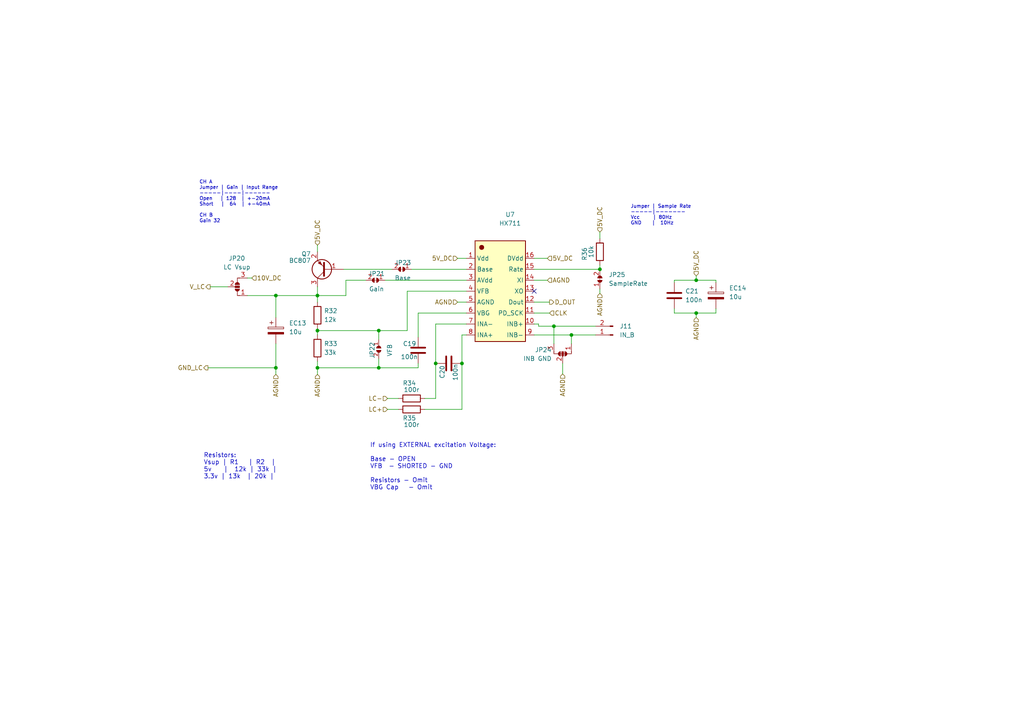
<source format=kicad_sch>
(kicad_sch (version 20230121) (generator eeschema)
  (paper "A4")
  (lib_symbols
    (symbol "000_Capacitor_Electrolytic_Immo:22u" (pin_numbers hide) (pin_names (offset 0.254))
      (property "Reference" "EC" (at 0.635 2.54 0))
      (property "Value" "22u" (at 0.635 -2.54 0))
      (symbol "22u_0_1"
        (rectangle (start -2.286 0.508) (end 2.286 1.016))
        (polyline (pts (xy -1.778 2.286) (xy -0.762 2.286)))
        (polyline (pts (xy -1.27 2.794) (xy -1.27 1.778)))
        (rectangle (start 2.286 -0.508) (end -2.286 -1.016) (fill (type outline)))
      )
      (symbol "22u_1_1"
        (pin passive line (at 0 3.81 270) (length 2.794) (name "~") (number "1"))
        (pin passive line (at 0 -3.81 90) (length 2.794) (name "~") (number "2"))
      )
    )
    (symbol "000_Capacitor_Film_Immo:cap_film_0805" (pin_numbers hide) (pin_names (offset 0.254))
      (property "Reference" "C" (at 0.635 2.54 0))
      (property "Value" "cap_film_0805" (at 0.635 -2.54 0))
      (symbol "cap_film_0805_0_1"
        (polyline (pts (xy -2.032 -0.762) (xy 2.032 -0.762)) (stroke (width 0.508)))
        (polyline (pts (xy -2.032 0.762) (xy 2.032 0.762)) (stroke (width 0.508)))
      )
      (symbol "cap_film_0805_1_1"
        (pin passive line (at 0 3.81 270) (length 2.794) (name "~") (number "1"))
        (pin passive line (at 0 -3.81 90) (length 2.794) (name "~") (number "2"))
      )
    )
    (symbol "000_Connectors_Immo:Jumper_2_Bridge_Small" (pin_names (offset 0) hide)
      (property "Reference" "JP" (at 0 2.794 0))
      (property "Value" "Jumper_2_Bridge_Small" (at 0 -3.175 0))
      (symbol "Jumper_2_Bridge_Small_0_1"
        (arc (start -0.635 0.635) (mid -1.2659 0.0056) (end -0.6463 -0.635) (fill (type outline)))
        (polyline (pts (xy -1.27 0) (xy 0 0)) (stroke (width 0.09)))
        (polyline (pts (xy -0.635 0.635) (xy -0.635 -0.635)))
        (polyline (pts (xy 0 0.635) (xy 0 -0.635)))
        (arc (start 0.0042 -0.6351) (mid 0.6351 -0.0057) (end 0.0155 0.6349) (fill (type outline)))
      )
      (symbol "Jumper_2_Bridge_Small_1_1"
        (pin passive line (at -3.175 0 0) (length 2.54) (name "A") (number "1"))
        (pin passive line (at 2.54 0 180) (length 2.54) (name "B") (number "2"))
      )
    )
    (symbol "000_Connectors_Immo:Jumper_2_Open_small" (pin_names (offset 0) hide)
      (property "Reference" "JP" (at 0 2.794 0))
      (property "Value" "Jumper_2_Open_small" (at 0 -3.175 0))
      (symbol "Jumper_2_Open_small_0_1"
        (arc (start -0.635 0.635) (mid -1.2659 0.0056) (end -0.6463 -0.635) (fill (type outline)))
        (polyline (pts (xy -0.635 0.635) (xy -0.635 -0.635)))
        (polyline (pts (xy 0 0.635) (xy 0 -0.635)))
        (arc (start 0.0042 -0.6351) (mid 0.6351 -0.0057) (end 0.0155 0.6349) (fill (type outline)))
      )
      (symbol "Jumper_2_Open_small_1_1"
        (pin passive line (at -3.175 0 0) (length 2.54) (name "A") (number "1"))
        (pin passive line (at 2.54 0 180) (length 2.54) (name "B") (number "2"))
      )
    )
    (symbol "000_Connectors_Immo:Jumper_3_BridgeSmall" (pin_names (offset 0) hide)
      (property "Reference" "JP" (at -5.715 5.08 0))
      (property "Value" "Jumper_3_BridgeSmall" (at -1.905 9.525 0))
      (symbol "Jumper_3_BridgeSmall_0_1"
        (arc (start -0.6463 1.016) (mid -1.2701 0.381) (end -0.6463 -0.254) (fill (type outline)))
        (rectangle (start -0.254 1.016) (end 0.254 -0.254) (fill (type outline)))
        (polyline (pts (xy -2.54 0.381) (xy -2.54 -0.254)))
        (polyline (pts (xy -2.54 0.381) (xy -1.27 0.381)))
        (polyline (pts (xy -1.27 0.381) (xy 1.27 0.381)) (stroke (width 0.09)))
        (polyline (pts (xy -0.6463 -0.254) (xy -0.6463 1.016)))
        (polyline (pts (xy 0 1.27) (xy 0 0.508)))
        (polyline (pts (xy 0.635 1.016) (xy 0.635 -0.254)))
        (polyline (pts (xy 1.27 0.381) (xy 2.54 0.381)))
        (polyline (pts (xy 2.54 0.381) (xy 2.54 -0.254)))
        (arc (start 0.6463 -0.254) (mid 1.2701 0.381) (end 0.6463 1.016) (fill (type outline)))
      )
      (symbol "Jumper_3_BridgeSmall_1_1"
        (pin passive line (at -2.54 -2.54 90) (length 2.54) (name "A") (number "1"))
        (pin input line (at 0 3.175 270) (length 2.54) (name "C") (number "2"))
        (pin passive line (at 2.54 -2.54 90) (length 2.54) (name "B") (number "3"))
      )
    )
    (symbol "000_Connectors_Immo:Jumper_3_Open3small" (pin_names (offset 0) hide)
      (property "Reference" "JP" (at -5.715 5.08 0))
      (property "Value" "Jumper_3_Open3small" (at -1.905 9.525 0))
      (symbol "Jumper_3_Open3small_0_1"
        (arc (start -0.6463 0.635) (mid -1.2701 0) (end -0.6463 -0.635) (fill (type outline)))
        (rectangle (start -0.254 0.635) (end 0.254 -0.635) (fill (type outline)))
        (polyline (pts (xy -2.54 0) (xy -2.54 -0.635)))
        (polyline (pts (xy -2.54 0) (xy -1.27 0)))
        (polyline (pts (xy -0.6463 -0.635) (xy -0.6463 0.635)))
        (polyline (pts (xy 0 0.889) (xy 0 0.127)))
        (polyline (pts (xy 0.635 0.635) (xy 0.635 -0.635)))
        (polyline (pts (xy 1.27 0) (xy 2.54 0)))
        (polyline (pts (xy 2.54 0) (xy 2.54 -0.635)))
        (arc (start 0.6463 -0.635) (mid 1.2701 0) (end 0.6463 0.635) (fill (type outline)))
      )
      (symbol "Jumper_3_Open3small_1_1"
        (pin passive line (at -2.54 -2.921 90) (length 2.54) (name "A") (number "1"))
        (pin input line (at 0 2.794 270) (length 2.54) (name "C") (number "2"))
        (pin passive line (at 2.54 -2.921 90) (length 2.54) (name "B") (number "3"))
      )
    )
    (symbol "000_Pin_Headers_Immo:Conn_01x02_Male" (pin_names (offset 1.016) hide)
      (property "Reference" "J" (at 0 2.54 0))
      (property "Value" "Conn_01x02_Male" (at 0 -5.08 0))
      (symbol "Conn_01x02_Male_1_1"
        (polyline (pts (xy 1.27 -2.54) (xy 0.8636 -2.54)) (stroke (width 0.1524)))
        (polyline (pts (xy 1.27 0) (xy 0.8636 0)) (stroke (width 0.1524)))
        (rectangle (start 0.8636 -2.413) (end 0 -2.667) (stroke (width 0.1524)) (fill (type outline)))
        (rectangle (start 0.8636 0.127) (end 0 -0.127) (stroke (width 0.1524)) (fill (type outline)))
        (pin passive line (at 5.08 0 180) (length 3.81) (name "Pin_1") (number "1"))
        (pin passive line (at 5.08 -2.54 180) (length 3.81) (name "Pin_2") (number "2"))
      )
    )
    (symbol "000_Resistors_Immo:Resistor_0805" (pin_numbers hide) (pin_names (offset 0))
      (property "Reference" "R?" (at -2.54 3.81 0))
      (property "Value" "Resistor_0805" (at -5.08 2.54 0))
      (symbol "Resistor_0805_0_1"
        (rectangle (start 2.54 -1.016) (end -2.54 1.016) (stroke (width 0.254)))
      )
      (symbol "Resistor_0805_1_1"
        (pin passive line (at -3.81 0 0) (length 1.27) (name "~") (number "1"))
        (pin passive line (at 3.81 0 180) (length 1.27) (name "~") (number "2"))
      )
    )
    (symbol "000_Sensors_Immo:HX711_24bit_ADC_Strain_Gauge_Driver"
      (property "Reference" "U" (at 13.97 36.195 0))
      (property "Value" "HX711_24bit_ADC_Strain_Gauge_Driver" (at 13.335 32.385 0))
      (symbol "HX711_24bit_ADC_Strain_Gauge_Driver_0_1"
        (rectangle (start -6.35 14.605) (end 8.255 -14.605) (stroke (width 0.254)) (fill (type background)))
        (circle (center -4.445 12.7) (radius 0.635) (fill (type outline)))
      )
      (symbol "HX711_24bit_ADC_Strain_Gauge_Driver_1_1"
        (pin power_in line (at -8.89 9.525 0) (length 2.54) (name "Vdd") (number "1"))
        (pin input line (at 10.795 -9.525 180) (length 2.54) (name "INB+") (number "10"))
        (pin input line (at 10.795 -6.35 180) (length 2.54) (name "PD_SCK") (number "11"))
        (pin output line (at 10.795 -3.175 180) (length 2.54) (name "Dout") (number "12"))
        (pin bidirectional line (at 10.795 0 180) (length 2.54) (name "XO") (number "13"))
        (pin input line (at 10.795 3.175 180) (length 2.54) (name "XI") (number "14"))
        (pin input line (at 10.795 6.35 180) (length 2.54) (name "Rate") (number "15"))
        (pin power_in line (at 10.795 9.525 180) (length 2.54) (name "DVdd") (number "16"))
        (pin output line (at -8.89 6.35 0) (length 2.54) (name "Base") (number "2"))
        (pin power_in line (at -8.89 3.175 0) (length 2.54) (name "AVdd") (number "3"))
        (pin input line (at -8.89 0 0) (length 2.54) (name "VFB") (number "4"))
        (pin power_in line (at -8.89 -3.175 0) (length 2.54) (name "AGND") (number "5"))
        (pin output line (at -8.89 -6.35 0) (length 2.54) (name "VBG") (number "6"))
        (pin input line (at -8.89 -9.525 0) (length 2.54) (name "INA-") (number "7"))
        (pin input line (at -8.89 -12.7 0) (length 2.54) (name "INA+") (number "8"))
        (pin input line (at 10.795 -12.7 180) (length 2.54) (name "INB-") (number "9"))
      )
    )
    (symbol "Transistor_BJT:BC807" (pin_names (offset 0) hide)
      (property "Reference" "Q" (at 5.08 1.905 0))
      (property "Value" "BC807" (at 5.08 0 0))
      (symbol "BC807_0_1"
        (polyline (pts (xy 0.635 0.635) (xy 2.54 2.54)))
        (polyline (pts (xy 0.635 -0.635) (xy 2.54 -2.54) (xy 2.54 -2.54)))
        (polyline (pts (xy 0.635 1.905) (xy 0.635 -1.905) (xy 0.635 -1.905)) (stroke (width 0.508)))
        (polyline (pts (xy 2.286 -1.778) (xy 1.778 -2.286) (xy 1.27 -1.27) (xy 2.286 -1.778) (xy 2.286 -1.778)) (fill (type outline)))
        (circle (center 1.27 0) (radius 2.8194) (stroke (width 0.254)))
      )
      (symbol "BC807_1_1"
        (pin input line (at -5.08 0 0) (length 5.715) (name "B") (number "1"))
        (pin passive line (at 2.54 -5.08 90) (length 2.54) (name "E") (number "2"))
        (pin passive line (at 2.54 5.08 270) (length 2.54) (name "C") (number "3"))
      )
    )
  )
  (junction (at 80.01 85.725))
  (junction (at 173.99 78.105))
  (junction (at 109.855 95.885))
  (junction (at 201.93 81.28))
  (junction (at 92.075 106.68))
  (junction (at 165.735 97.155))
  (junction (at 80.01 106.68))
  (junction (at 133.985 105.41))
  (junction (at 126.365 105.41))
  (junction (at 109.855 106.68))
  (junction (at 92.075 85.725))
  (junction (at 160.655 94.615))
  (junction (at 92.075 95.885))
  (junction (at 201.93 90.805))
  (no_connect (at 154.94 84.455))
  (wire (pts (xy 118.11 84.455) (xy 135.255 84.455)))
  (wire (pts (xy 132.715 87.63) (xy 135.255 87.63)))
  (wire (pts (xy 80.01 85.725) (xy 80.01 92.075)))
  (wire (pts (xy 118.11 95.885) (xy 118.11 84.455)))
  (wire (pts (xy 133.985 97.155) (xy 135.255 97.155)))
  (wire (pts (xy 111.76 81.28) (xy 135.255 81.28)))
  (wire (pts (xy 163.195 105.41) (xy 163.195 108.458)))
  (wire (pts (xy 60.325 106.68) (xy 80.01 106.68)))
  (wire (pts (xy 92.075 95.885) (xy 92.075 97.155)))
  (wire (pts (xy 195.58 89.535) (xy 195.58 90.805)))
  (wire (pts (xy 112.395 118.745) (xy 115.57 118.745)))
  (wire (pts (xy 109.855 95.885) (xy 109.855 98.425)))
  (wire (pts (xy 173.99 76.835) (xy 173.99 78.105)))
  (wire (pts (xy 126.365 105.41) (xy 126.365 93.98)))
  (wire (pts (xy 92.075 95.25) (xy 92.075 95.885)))
  (wire (pts (xy 201.93 90.805) (xy 207.645 90.805)))
  (wire (pts (xy 160.655 94.615) (xy 156.21 94.615)))
  (wire (pts (xy 156.21 94.615) (xy 156.21 93.98)))
  (wire (pts (xy 207.645 81.28) (xy 207.645 81.915)))
  (wire (pts (xy 123.19 118.745) (xy 133.985 118.745)))
  (wire (pts (xy 201.93 90.805) (xy 201.93 92.075)))
  (wire (pts (xy 160.655 94.615) (xy 160.655 99.695)))
  (wire (pts (xy 71.755 80.645) (xy 73.025 80.645)))
  (wire (pts (xy 80.01 85.725) (xy 92.075 85.725)))
  (wire (pts (xy 100.33 85.725) (xy 100.33 81.28)))
  (wire (pts (xy 126.365 115.57) (xy 126.365 105.41)))
  (wire (pts (xy 195.58 81.28) (xy 201.93 81.28)))
  (wire (pts (xy 80.01 106.68) (xy 80.01 108.585)))
  (wire (pts (xy 173.99 67.31) (xy 173.99 69.215)))
  (wire (pts (xy 92.075 85.725) (xy 92.075 87.63)))
  (wire (pts (xy 195.58 90.805) (xy 201.93 90.805)))
  (wire (pts (xy 126.365 93.98) (xy 135.255 93.98)))
  (wire (pts (xy 100.33 81.28) (xy 106.045 81.28)))
  (wire (pts (xy 132.715 74.93) (xy 135.255 74.93)))
  (wire (pts (xy 154.94 87.63) (xy 159.385 87.63)))
  (wire (pts (xy 156.21 93.98) (xy 154.94 93.98)))
  (wire (pts (xy 133.985 118.745) (xy 133.985 105.41)))
  (wire (pts (xy 60.96 83.185) (xy 66.04 83.185)))
  (wire (pts (xy 201.93 81.28) (xy 207.645 81.28)))
  (wire (pts (xy 92.075 106.68) (xy 109.855 106.68)))
  (wire (pts (xy 92.075 106.68) (xy 92.075 108.585)))
  (wire (pts (xy 165.735 97.155) (xy 172.72 97.155)))
  (wire (pts (xy 92.075 85.725) (xy 100.33 85.725)))
  (wire (pts (xy 119.38 78.105) (xy 135.255 78.105)))
  (wire (pts (xy 201.93 80.01) (xy 201.93 81.28)))
  (wire (pts (xy 71.755 85.725) (xy 80.01 85.725)))
  (wire (pts (xy 121.285 90.805) (xy 135.255 90.805)))
  (wire (pts (xy 109.855 104.14) (xy 109.855 106.68)))
  (wire (pts (xy 165.735 97.155) (xy 165.735 99.695)))
  (wire (pts (xy 109.855 95.885) (xy 118.11 95.885)))
  (wire (pts (xy 121.285 97.79) (xy 121.285 90.805)))
  (wire (pts (xy 92.075 83.185) (xy 92.075 85.725)))
  (wire (pts (xy 121.285 106.68) (xy 121.285 105.41)))
  (wire (pts (xy 173.99 83.82) (xy 173.99 85.09)))
  (wire (pts (xy 99.695 78.105) (xy 113.665 78.105)))
  (wire (pts (xy 154.94 78.105) (xy 173.99 78.105)))
  (wire (pts (xy 207.645 89.535) (xy 207.645 90.805)))
  (wire (pts (xy 109.855 106.68) (xy 121.285 106.68)))
  (wire (pts (xy 133.985 105.41) (xy 133.985 97.155)))
  (wire (pts (xy 80.01 99.695) (xy 80.01 106.68)))
  (wire (pts (xy 154.94 97.155) (xy 165.735 97.155)))
  (wire (pts (xy 154.94 90.805) (xy 159.385 90.805)))
  (wire (pts (xy 92.075 104.775) (xy 92.075 106.68)))
  (wire (pts (xy 92.075 95.885) (xy 109.855 95.885)))
  (wire (pts (xy 123.19 115.57) (xy 126.365 115.57)))
  (wire (pts (xy 92.075 71.12) (xy 92.075 73.025)))
  (wire (pts (xy 195.58 81.28) (xy 195.58 81.915)))
  (wire (pts (xy 172.72 94.615) (xy 160.655 94.615)))
  (wire (pts (xy 112.395 115.57) (xy 115.57 115.57)))
  (wire (pts (xy 154.94 81.28) (xy 158.75 81.28)))
  (wire (pts (xy 154.94 74.93) (xy 158.75 74.93)))
  (text "If using EXTERNAL excitation Voltage:\n\nBase - OPEN\nVFB  - SHORTED - GND\n\nResistors - Omit\nVBG Cap   - Omit" (at 107.315 142.24 0) (effects (font (size 1.27 1.27)) (justify left bottom)))
  (text "Jumper | Sample Rate\n-----|-------\nVcc     | 80Hz\nGND    |  10Hz\n" (at 182.88 65.405 0) (effects (font (size 1 1)) (justify left bottom)))
  (text "CH A\nJumper | Gain | Input Range\n-----|----|------\nOpen   | 128  | +-20mA\nShort   |  64  | +-40mA\n\nCH B\nGain 32\n" (at 57.785 64.77 0) (effects (font (size 1 1)) (justify left bottom)))
  (text "Resistors:\nVsup | R1   | R2  |\n5v	 |  12k | 33k |\n3.3v | 13k  | 20k |" (at 59.055 139.065 0) (effects (font (size 1.27 1.27)) (justify left bottom)))
  (hierarchical_label "LC-" (shape input) (at 112.395 115.57 180))
  (hierarchical_label "AGND" (shape input) (at 92.075 108.585 270))
  (hierarchical_label "D_OUT" (shape output) (at 159.385 87.63 0))
  (hierarchical_label "AGND" (shape input) (at 163.195 108.458 270))
  (hierarchical_label "V_LC" (shape output) (at 60.96 83.185 180))
  (hierarchical_label "GND_LC" (shape output) (at 60.325 106.68 180))
  (hierarchical_label "5V_DC" (shape input) (at 173.99 67.31 90))
  (hierarchical_label "AGND" (shape input) (at 201.93 92.075 270))
  (hierarchical_label "AGND" (shape input) (at 173.99 85.09 270))
  (hierarchical_label "AGND" (shape input) (at 132.715 87.63 180))
  (hierarchical_label "LC+" (shape input) (at 112.395 118.745 180))
  (hierarchical_label "5V_DC" (shape input) (at 132.715 74.93 180))
  (hierarchical_label "CLK" (shape input) (at 159.385 90.805 0))
  (hierarchical_label "AGND" (shape input) (at 158.75 81.28 0))
  (hierarchical_label "5V_DC" (shape input) (at 92.075 71.12 90))
  (hierarchical_label "5V_DC" (shape input) (at 158.75 74.93 0))
  (hierarchical_label "5V_DC" (shape input) (at 201.93 80.01 90))
  (hierarchical_label "10V_DC" (shape input) (at 73.025 80.645 0))
  (hierarchical_label "AGND" (shape input) (at 80.01 108.585 270))
  (symbol (lib_id "Transistor_BJT:BC807") (at 94.615 78.105 180) (unit 1)
    (property "Reference" "Q7" (at 90.17 73.66 0) (effects (justify left)))
    (property "Value" "BC807" (at 90.17 75.565 0) (effects (justify left)))
    (property "Footprint" "Package_TO_SOT_SMD:SOT-23" (effects hide))
    (property "Datasheet" "https://www.onsemi.com/pub/Collateral/BC808-D.pdf" (effects hide))
  )
  (symbol (lib_id "000_Capacitor_Electrolytic_Immo:22u") (at 80.01 95.885 0) (unit 1)
    (property "Reference" "EC13" (at 83.82 93.7259 0) (effects (justify left)))
    (property "Value" "10u" (at 83.82 96.2659 0) (effects (justify left)))
    (property "Footprint" "Capacitor_SMD:CP_Elec_6.3x5.9" (effects hide))
  )
  (symbol (lib_id "000_Connectors_Immo:Jumper_3_Open3small") (at 68.834 83.185 90) (unit 1)
    (property "Reference" "JP20" (at 68.707 74.93 90))
    (property "Value" "LC Vsup" (at 68.707 77.47 90))
    (property "Footprint" "Jumper:SolderJumper-3_P1.3mm_Open_RoundedPad1.0x1.5mm_NumberLabels" (effects hide))
  )
  (symbol (lib_id "000_Sensors_Immo:HX711_24bit_ADC_Strain_Gauge_Driver") (at 144.145 84.455 0) (unit 1)
    (property "Reference" "U7" (at 147.955 62.23 0))
    (property "Value" "HX711" (at 147.955 64.77 0))
    (property "Footprint" "Package_SO:SOP-16_4.55x10.3mm_P1.27mm" (effects hide))
    (property "Datasheet" "https://www.digikey.com/htmldatasheets/production/1836471/0/0/1/hx711.html" (effects hide))
  )
  (symbol (lib_id "000_Capacitor_Film_Immo:cap_film_0805") (at 130.175 105.41 90) (unit 1)
    (property "Reference" "C20" (at 128.27 109.855 0) (effects (justify left)))
    (property "Value" "100n" (at 132.08 110.49 0) (effects (justify left)))
    (property "Footprint" "Capacitor_SMD:C_0805_2012Metric_Pad1.18x1.45mm_HandSolder" (effects hide))
  )
  (symbol (lib_id "000_Capacitor_Film_Immo:cap_film_0805") (at 121.285 101.6 0) (unit 1)
    (property "Reference" "C19" (at 116.84 99.695 0) (effects (justify left)))
    (property "Value" "100n" (at 116.205 103.505 0) (effects (justify left)))
    (property "Footprint" "Capacitor_SMD:C_0805_2012Metric_Pad1.18x1.45mm_HandSolder" (effects hide))
  )
  (symbol (lib_id "000_Connectors_Immo:Jumper_2_Bridge_Small") (at 116.205 78.105 180) (unit 1)
    (property "Reference" "JP23" (at 116.84 76.2 0))
    (property "Value" "Base" (at 116.84 80.645 0))
    (property "Footprint" "Jumper:SolderJumper-2_P1.3mm_Bridged_RoundedPad1.0x1.5mm" (effects hide))
  )
  (symbol (lib_id "000_Capacitor_Electrolytic_Immo:22u") (at 207.645 85.725 0) (unit 1)
    (property "Reference" "EC14" (at 211.455 83.5659 0) (effects (justify left)))
    (property "Value" "10u" (at 211.455 86.1059 0) (effects (justify left)))
    (property "Footprint" "Capacitor_SMD:CP_Elec_6.3x5.9" (effects hide))
  )
  (symbol (lib_id "000_Resistors_Immo:Resistor_0805") (at 119.38 118.745 180) (unit 1)
    (property "Reference" "R35" (at 118.745 121.285 0))
    (property "Value" "100r" (at 119.38 123.19 0))
    (property "Footprint" "Resistor_SMD:R_0805_2012Metric_Pad1.20x1.40mm_HandSolder" (effects hide))
  )
  (symbol (lib_id "000_Resistors_Immo:Resistor_0805") (at 119.38 115.57 180) (unit 1)
    (property "Reference" "R34" (at 118.745 111.125 0))
    (property "Value" "100r" (at 119.38 113.03 0))
    (property "Footprint" "Resistor_SMD:R_0805_2012Metric_Pad1.20x1.40mm_HandSolder" (effects hide))
  )
  (symbol (lib_id "000_Resistors_Immo:Resistor_0805") (at 92.075 91.44 90) (unit 1)
    (property "Reference" "R32" (at 93.98 90.1699 90) (effects (justify right)))
    (property "Value" "12k" (at 93.98 92.7099 90) (effects (justify right)))
    (property "Footprint" "Resistor_SMD:R_0805_2012Metric_Pad1.20x1.40mm_HandSolder" (effects hide))
  )
  (symbol (lib_id "000_Connectors_Immo:Jumper_2_Bridge_Small") (at 173.99 80.645 90) (unit 1)
    (property "Reference" "JP25" (at 176.53 79.6903 90) (effects (justify right)))
    (property "Value" "SampleRate" (at 176.53 82.2303 90) (effects (justify right)))
    (property "Footprint" "Jumper:SolderJumper-2_P1.3mm_Bridged_RoundedPad1.0x1.5mm" (effects hide))
  )
  (symbol (lib_id "000_Pin_Headers_Immo:Conn_01x02_Male") (at 177.8 97.155 180) (unit 1)
    (property "Reference" "J11" (at 179.705 94.6149 0) (effects (justify right)))
    (property "Value" "IN_B" (at 179.705 97.1549 0) (effects (justify right)))
    (property "Footprint" "Connector_PinHeader_1.27mm:PinHeader_1x02_P1.27mm_Vertical" (effects hide))
  )
  (symbol (lib_id "000_Capacitor_Film_Immo:cap_film_0805") (at 195.58 85.725 0) (unit 1)
    (property "Reference" "C21" (at 198.755 84.4549 0) (effects (justify left)))
    (property "Value" "100n" (at 198.755 86.9949 0) (effects (justify left)))
    (property "Footprint" "Capacitor_SMD:C_0805_2012Metric_Pad1.18x1.45mm_HandSolder" (effects hide))
  )
  (symbol (lib_id "000_Resistors_Immo:Resistor_0805") (at 173.99 73.025 270) (unit 1)
    (property "Reference" "R36" (at 169.545 73.66 0))
    (property "Value" "10k" (at 171.45 73.025 0))
    (property "Footprint" "Resistor_SMD:R_0805_2012Metric_Pad1.20x1.40mm_HandSolder" (effects hide))
  )
  (symbol (lib_id "000_Connectors_Immo:Jumper_3_BridgeSmall") (at 163.195 102.235 180) (unit 1)
    (property "Reference" "JP24" (at 160.02 101.4729 0) (effects (justify left)))
    (property "Value" "INB GND" (at 160.02 104.0129 0) (effects (justify left)))
    (property "Footprint" "Jumper:SolderJumper-3_P1.3mm_Bridged12_RoundedPad1.0x1.5mm_DoubleJoined_SMALL" (effects hide))
  )
  (symbol (lib_id "000_Connectors_Immo:Jumper_2_Open_small") (at 109.855 101.6 270) (unit 1)
    (property "Reference" "JP22" (at 107.95 101.6 0))
    (property "Value" "VFB" (at 113.03 101.6 0))
    (property "Footprint" "Jumper:SolderJumper-2_P1.3mm_Open_RoundedPad1.0x1.5mm" (effects hide))
  )
  (symbol (lib_id "000_Connectors_Immo:Jumper_2_Bridge_Small") (at 108.585 81.28 180) (unit 1)
    (property "Reference" "JP21" (at 109.22 79.375 0))
    (property "Value" "Gain" (at 109.22 83.82 0))
    (property "Footprint" "Jumper:SolderJumper-2_P1.3mm_Bridged_RoundedPad1.0x1.5mm" (effects hide))
  )
  (symbol (lib_id "000_Resistors_Immo:Resistor_0805") (at 92.075 100.965 90) (unit 1)
    (property "Reference" "R33" (at 93.98 99.6949 90) (effects (justify right)))
    (property "Value" "33k" (at 93.98 102.2349 90) (effects (justify right)))
    (property "Footprint" "Resistor_SMD:R_0805_2012Metric_Pad1.20x1.40mm_HandSolder" (effects hide))
  )
)
</source>
